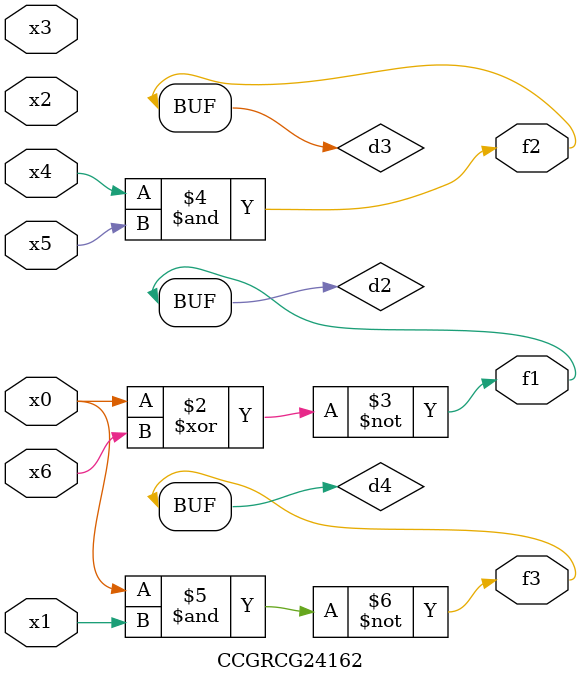
<source format=v>
module CCGRCG24162(
	input x0, x1, x2, x3, x4, x5, x6,
	output f1, f2, f3
);

	wire d1, d2, d3, d4;

	nor (d1, x0);
	xnor (d2, x0, x6);
	and (d3, x4, x5);
	nand (d4, x0, x1);
	assign f1 = d2;
	assign f2 = d3;
	assign f3 = d4;
endmodule

</source>
